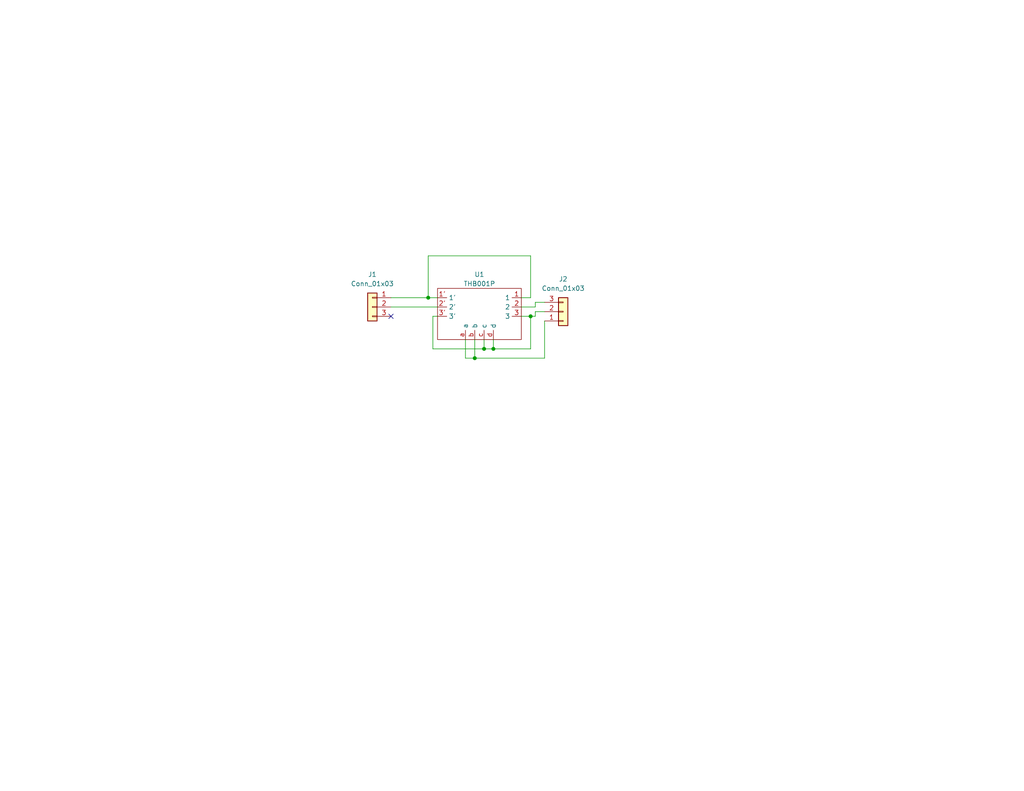
<source format=kicad_sch>
(kicad_sch (version 20211123) (generator eeschema)

  (uuid eeb64c33-fb4f-4866-ac93-08b5a73a9d20)

  (paper "A")

  (title_block
    (date "2022-02-27")
  )

  (lib_symbols
    (symbol "Connector_Generic:Conn_01x03" (pin_names (offset 1.016) hide) (in_bom yes) (on_board yes)
      (property "Reference" "J" (id 0) (at 0 5.08 0)
        (effects (font (size 1.27 1.27)))
      )
      (property "Value" "Conn_01x03" (id 1) (at 0 -5.08 0)
        (effects (font (size 1.27 1.27)))
      )
      (property "Footprint" "" (id 2) (at 0 0 0)
        (effects (font (size 1.27 1.27)) hide)
      )
      (property "Datasheet" "~" (id 3) (at 0 0 0)
        (effects (font (size 1.27 1.27)) hide)
      )
      (property "ki_keywords" "connector" (id 4) (at 0 0 0)
        (effects (font (size 1.27 1.27)) hide)
      )
      (property "ki_description" "Generic connector, single row, 01x03, script generated (kicad-library-utils/schlib/autogen/connector/)" (id 5) (at 0 0 0)
        (effects (font (size 1.27 1.27)) hide)
      )
      (property "ki_fp_filters" "Connector*:*_1x??_*" (id 6) (at 0 0 0)
        (effects (font (size 1.27 1.27)) hide)
      )
      (symbol "Conn_01x03_1_1"
        (rectangle (start -1.27 -2.413) (end 0 -2.667)
          (stroke (width 0.1524) (type default) (color 0 0 0 0))
          (fill (type none))
        )
        (rectangle (start -1.27 0.127) (end 0 -0.127)
          (stroke (width 0.1524) (type default) (color 0 0 0 0))
          (fill (type none))
        )
        (rectangle (start -1.27 2.667) (end 0 2.413)
          (stroke (width 0.1524) (type default) (color 0 0 0 0))
          (fill (type none))
        )
        (rectangle (start -1.27 3.81) (end 1.27 -3.81)
          (stroke (width 0.254) (type default) (color 0 0 0 0))
          (fill (type background))
        )
        (pin passive line (at -5.08 2.54 0) (length 3.81)
          (name "Pin_1" (effects (font (size 1.27 1.27))))
          (number "1" (effects (font (size 1.27 1.27))))
        )
        (pin passive line (at -5.08 0 0) (length 3.81)
          (name "Pin_2" (effects (font (size 1.27 1.27))))
          (number "2" (effects (font (size 1.27 1.27))))
        )
        (pin passive line (at -5.08 -2.54 0) (length 3.81)
          (name "Pin_3" (effects (font (size 1.27 1.27))))
          (number "3" (effects (font (size 1.27 1.27))))
        )
      )
    )
    (symbol "THB001P:THB001P" (in_bom yes) (on_board yes)
      (property "Reference" "U" (id 0) (at -6.35 10.16 0)
        (effects (font (size 1.27 1.27)))
      )
      (property "Value" "THB001P" (id 1) (at -6.35 7.62 0)
        (effects (font (size 1.27 1.27)))
      )
      (property "Footprint" "" (id 2) (at -6.35 7.62 0)
        (effects (font (size 1.27 1.27)) hide)
      )
      (property "Datasheet" "" (id 3) (at -6.35 7.62 0)
        (effects (font (size 1.27 1.27)) hide)
      )
      (symbol "THB001P_0_1"
        (rectangle (start -11.43 6.35) (end 11.43 -7.62)
          (stroke (width 0) (type default) (color 0 0 0 0))
          (fill (type none))
        )
      )
      (symbol "THB001P_1_1"
        (pin passive line (at 11.43 3.81 180) (length 2.54)
          (name "1" (effects (font (size 1.27 1.27))))
          (number "1" (effects (font (size 1.27 1.27))))
        )
        (pin passive line (at -11.43 3.81 0) (length 2.54)
          (name "1'" (effects (font (size 1.27 1.27))))
          (number "1'" (effects (font (size 1.27 1.27))))
        )
        (pin passive line (at 11.43 1.27 180) (length 2.54)
          (name "2" (effects (font (size 1.27 1.27))))
          (number "2" (effects (font (size 1.27 1.27))))
        )
        (pin passive line (at -11.43 1.27 0) (length 2.54)
          (name "2'" (effects (font (size 1.27 1.27))))
          (number "2'" (effects (font (size 1.27 1.27))))
        )
        (pin passive line (at 11.43 -1.27 180) (length 2.54)
          (name "3" (effects (font (size 1.27 1.27))))
          (number "3" (effects (font (size 1.27 1.27))))
        )
        (pin passive line (at -11.43 -1.27 0) (length 2.54)
          (name "3'" (effects (font (size 1.27 1.27))))
          (number "3'" (effects (font (size 1.27 1.27))))
        )
        (pin passive line (at -3.81 -7.62 90) (length 2.54)
          (name "a" (effects (font (size 1.27 1.27))))
          (number "a" (effects (font (size 1.27 1.27))))
        )
        (pin passive line (at -1.27 -7.62 90) (length 2.54)
          (name "b" (effects (font (size 1.27 1.27))))
          (number "b" (effects (font (size 1.27 1.27))))
        )
        (pin passive line (at 1.27 -7.62 90) (length 2.54)
          (name "c" (effects (font (size 1.27 1.27))))
          (number "c" (effects (font (size 1.27 1.27))))
        )
        (pin passive line (at 3.81 -7.62 90) (length 2.54)
          (name "d" (effects (font (size 1.27 1.27))))
          (number "d" (effects (font (size 1.27 1.27))))
        )
      )
    )
  )

  (junction (at 129.54 97.79) (diameter 0) (color 0 0 0 0)
    (uuid 22c7a89b-ec7a-4c51-bb29-646b7a76ffec)
  )
  (junction (at 132.08 95.25) (diameter 0) (color 0 0 0 0)
    (uuid a92254e1-0600-4bd3-b39c-0625911413ad)
  )
  (junction (at 116.84 81.28) (diameter 0) (color 0 0 0 0)
    (uuid ba0756c9-8a7d-4468-84d9-e8f36126ba48)
  )
  (junction (at 134.62 95.25) (diameter 0) (color 0 0 0 0)
    (uuid beeaa017-c8f3-47ac-9a1e-6e5bc88227f6)
  )
  (junction (at 144.78 86.36) (diameter 0) (color 0 0 0 0)
    (uuid dd18f5ce-f309-4528-9068-29e15fb8d2f5)
  )

  (no_connect (at 106.68 86.36) (uuid 3595adba-b355-408e-a35a-3af78092b90b))

  (wire (pts (xy 129.54 97.79) (xy 148.59 97.79))
    (stroke (width 0) (type default) (color 0 0 0 0))
    (uuid 02567db0-27ef-42e4-ae51-302dce971fb3)
  )
  (wire (pts (xy 116.84 69.85) (xy 116.84 81.28))
    (stroke (width 0) (type default) (color 0 0 0 0))
    (uuid 0339eef4-5285-463e-981b-50a1ca1db0e2)
  )
  (wire (pts (xy 132.08 92.71) (xy 132.08 95.25))
    (stroke (width 0) (type default) (color 0 0 0 0))
    (uuid 0703503e-3d54-4568-81e9-0487302f7f9b)
  )
  (wire (pts (xy 106.68 83.82) (xy 119.38 83.82))
    (stroke (width 0) (type default) (color 0 0 0 0))
    (uuid 09688cef-f244-4888-a2ef-2c405be9bf03)
  )
  (wire (pts (xy 144.78 81.28) (xy 144.78 69.85))
    (stroke (width 0) (type default) (color 0 0 0 0))
    (uuid 1c12368b-7133-4370-9fac-84326619a1f2)
  )
  (wire (pts (xy 106.68 81.28) (xy 116.84 81.28))
    (stroke (width 0) (type default) (color 0 0 0 0))
    (uuid 1cc5e7c8-2d2e-4fc5-91dc-1a5f1029bf0f)
  )
  (wire (pts (xy 118.11 86.36) (xy 118.11 95.25))
    (stroke (width 0) (type default) (color 0 0 0 0))
    (uuid 220418b1-56ac-4aa7-bf48-4e37e55684bf)
  )
  (wire (pts (xy 134.62 92.71) (xy 134.62 95.25))
    (stroke (width 0) (type default) (color 0 0 0 0))
    (uuid 33608459-16c4-4447-b143-d772e52cbd87)
  )
  (wire (pts (xy 119.38 86.36) (xy 118.11 86.36))
    (stroke (width 0) (type default) (color 0 0 0 0))
    (uuid 491aef22-36fd-416a-b472-28767397b39c)
  )
  (wire (pts (xy 142.24 81.28) (xy 144.78 81.28))
    (stroke (width 0) (type default) (color 0 0 0 0))
    (uuid 4ba43d2f-25aa-4314-aff0-59cb7b7501b1)
  )
  (wire (pts (xy 129.54 92.71) (xy 129.54 97.79))
    (stroke (width 0) (type default) (color 0 0 0 0))
    (uuid 631d3731-d43e-42cf-9d9b-0e444f779059)
  )
  (wire (pts (xy 142.24 83.82) (xy 146.05 83.82))
    (stroke (width 0) (type default) (color 0 0 0 0))
    (uuid 63c16f42-98b5-4823-ba50-c86395b82549)
  )
  (wire (pts (xy 144.78 69.85) (xy 116.84 69.85))
    (stroke (width 0) (type default) (color 0 0 0 0))
    (uuid 73ae0f64-99d1-4882-83e9-50b4bc775fc4)
  )
  (wire (pts (xy 132.08 95.25) (xy 134.62 95.25))
    (stroke (width 0) (type default) (color 0 0 0 0))
    (uuid 7cac921c-2c3b-4e1e-a10d-06046789070c)
  )
  (wire (pts (xy 144.78 86.36) (xy 146.05 86.36))
    (stroke (width 0) (type default) (color 0 0 0 0))
    (uuid 830c3cb9-cc10-447b-8446-abecf71eb3e6)
  )
  (wire (pts (xy 142.24 86.36) (xy 144.78 86.36))
    (stroke (width 0) (type default) (color 0 0 0 0))
    (uuid 8dda7946-2147-4ad2-8328-eaeb474ba28d)
  )
  (wire (pts (xy 146.05 82.55) (xy 148.59 82.55))
    (stroke (width 0) (type default) (color 0 0 0 0))
    (uuid 9a8a7154-4713-4af7-a512-52a4d4fab449)
  )
  (wire (pts (xy 116.84 81.28) (xy 119.38 81.28))
    (stroke (width 0) (type default) (color 0 0 0 0))
    (uuid a44e6fa9-bb14-42ac-a257-6939061fc5ca)
  )
  (wire (pts (xy 146.05 83.82) (xy 146.05 82.55))
    (stroke (width 0) (type default) (color 0 0 0 0))
    (uuid b1d7ec3c-372d-41bc-9692-92e76ae1269c)
  )
  (wire (pts (xy 134.62 95.25) (xy 144.78 95.25))
    (stroke (width 0) (type default) (color 0 0 0 0))
    (uuid d2c4c51d-79a2-4013-aec7-6a2c731e46e4)
  )
  (wire (pts (xy 127 92.71) (xy 127 97.79))
    (stroke (width 0) (type default) (color 0 0 0 0))
    (uuid dad9d17f-4967-429c-ad71-efc29e435aaa)
  )
  (wire (pts (xy 148.59 97.79) (xy 148.59 87.63))
    (stroke (width 0) (type default) (color 0 0 0 0))
    (uuid dba4ee06-c5e2-46ef-a5b9-27ee44c8c3d4)
  )
  (wire (pts (xy 146.05 85.09) (xy 148.59 85.09))
    (stroke (width 0) (type default) (color 0 0 0 0))
    (uuid dccd1846-d013-40aa-b617-1b9d1d6d286f)
  )
  (wire (pts (xy 146.05 86.36) (xy 146.05 85.09))
    (stroke (width 0) (type default) (color 0 0 0 0))
    (uuid ddfb18e2-793c-4e99-a95f-8847adba2ca8)
  )
  (wire (pts (xy 118.11 95.25) (xy 132.08 95.25))
    (stroke (width 0) (type default) (color 0 0 0 0))
    (uuid e26943fa-3bcb-49d6-8e1d-7f38cf64c69f)
  )
  (wire (pts (xy 144.78 95.25) (xy 144.78 86.36))
    (stroke (width 0) (type default) (color 0 0 0 0))
    (uuid e6abf0b0-061b-43e0-a3e6-ecf71815a862)
  )
  (wire (pts (xy 127 97.79) (xy 129.54 97.79))
    (stroke (width 0) (type default) (color 0 0 0 0))
    (uuid ff158a31-4cbf-4baa-b7d2-87f517f3b03b)
  )

  (symbol (lib_id "Connector_Generic:Conn_01x03") (at 153.67 85.09 0) (mirror x) (unit 1)
    (in_bom yes) (on_board yes) (fields_autoplaced)
    (uuid 5a8170f9-fdf4-43e7-991c-bdf699c5c00e)
    (property "Reference" "J2" (id 0) (at 153.67 76.2 0))
    (property "Value" "Conn_01x03" (id 1) (at 153.67 78.74 0))
    (property "Footprint" "Connector_PinHeader_2.54mm:PinHeader_1x03_P2.54mm_Vertical" (id 2) (at 153.67 85.09 0)
      (effects (font (size 1.27 1.27)) hide)
    )
    (property "Datasheet" "~" (id 3) (at 153.67 85.09 0)
      (effects (font (size 1.27 1.27)) hide)
    )
    (pin "1" (uuid 6b93c27d-575f-45f2-81ca-72fbe8ef75a9))
    (pin "2" (uuid 882a7990-4928-4683-93d7-fe68c77dc75c))
    (pin "3" (uuid c55ac0fd-654d-47ce-a392-9f3c0c9f2f48))
  )

  (symbol (lib_id "THB001P:THB001P") (at 130.81 85.09 0) (unit 1)
    (in_bom yes) (on_board yes) (fields_autoplaced)
    (uuid 7828029e-e7fc-4aa5-81da-84571d5c1f4b)
    (property "Reference" "U1" (id 0) (at 130.81 74.93 0))
    (property "Value" "THB001P" (id 1) (at 130.81 77.47 0))
    (property "Footprint" "THB001P:THB001P" (id 2) (at 130.81 78.74 0)
      (effects (font (size 1.27 1.27)) hide)
    )
    (property "Datasheet" "" (id 3) (at 130.81 78.74 0)
      (effects (font (size 1.27 1.27)) hide)
    )
    (pin "1" (uuid 99cd4827-12b6-40ae-b1c3-65a922339996))
    (pin "1'" (uuid e13f8db6-c2dc-46be-8b00-9d42ebbddf3b))
    (pin "2" (uuid e8147825-332a-4f33-9521-4337bc5d6738))
    (pin "2'" (uuid 97af06ae-9ce6-4e9e-851c-62508e96d9e3))
    (pin "3" (uuid 906dadaf-2c69-4fa2-90f6-cadafba5fdf2))
    (pin "3'" (uuid 3e7310dc-9c67-4d4b-a18d-b1e9d5edf437))
    (pin "a" (uuid 3899af62-d436-4110-83f6-df6e99ea6206))
    (pin "b" (uuid 2637b7b3-7b2b-4cf9-b65c-0afdac46fffd))
    (pin "c" (uuid 92bdbedd-138f-488c-9415-e82091fd8a16))
    (pin "d" (uuid b17fb3f6-11bd-427a-ab92-815afcce248e))
  )

  (symbol (lib_id "Connector_Generic:Conn_01x03") (at 101.6 83.82 0) (mirror y) (unit 1)
    (in_bom yes) (on_board yes) (fields_autoplaced)
    (uuid d1509968-5ced-426f-befb-2dc619a10e71)
    (property "Reference" "J1" (id 0) (at 101.6 74.93 0))
    (property "Value" "Conn_01x03" (id 1) (at 101.6 77.47 0))
    (property "Footprint" "Connector_PinHeader_2.54mm:PinHeader_1x03_P2.54mm_Vertical" (id 2) (at 101.6 83.82 0)
      (effects (font (size 1.27 1.27)) hide)
    )
    (property "Datasheet" "~" (id 3) (at 101.6 83.82 0)
      (effects (font (size 1.27 1.27)) hide)
    )
    (pin "1" (uuid f405fbe3-008e-4f97-8d16-0099c030753f))
    (pin "2" (uuid 8040b593-5e78-47e7-a5fc-3a68e976aff4))
    (pin "3" (uuid 026a2bcb-f288-4b59-bb29-ec17ddfd0247))
  )

  (sheet_instances
    (path "/" (page "1"))
  )

  (symbol_instances
    (path "/d1509968-5ced-426f-befb-2dc619a10e71"
      (reference "J1") (unit 1) (value "Conn_01x03") (footprint "Connector_PinHeader_2.54mm:PinHeader_1x03_P2.54mm_Vertical")
    )
    (path "/5a8170f9-fdf4-43e7-991c-bdf699c5c00e"
      (reference "J2") (unit 1) (value "Conn_01x03") (footprint "Connector_PinHeader_2.54mm:PinHeader_1x03_P2.54mm_Vertical")
    )
    (path "/7828029e-e7fc-4aa5-81da-84571d5c1f4b"
      (reference "U1") (unit 1) (value "THB001P") (footprint "THB001P:THB001P")
    )
  )
)

</source>
